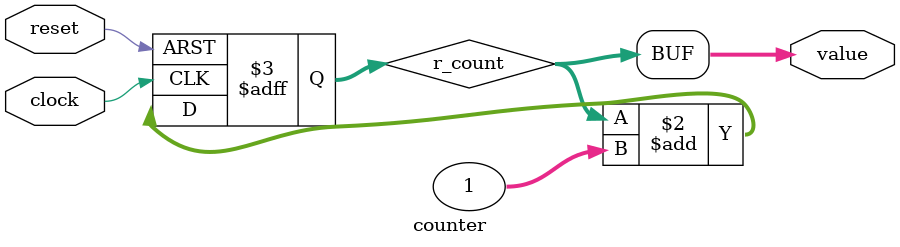
<source format=v>
module counter (
    clock,
    reset,
    value
);
    input clock;
    input reset;
    output [31:0] value;

    reg [31:0] r_count;

    always @(posedge clock or posedge reset) begin
        if (reset) r_count <= 0;
        else r_count <= r_count + 1;
    end

    assign value = r_count;
endmodule
</source>
